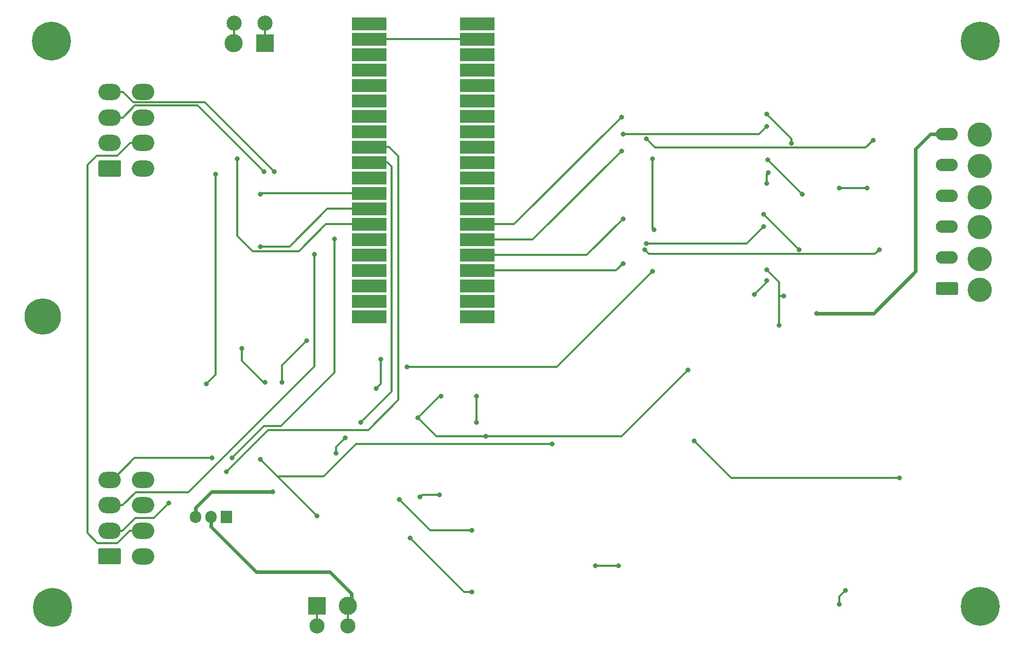
<source format=gbr>
G04 #@! TF.GenerationSoftware,KiCad,Pcbnew,(5.1.5)-3*
G04 #@! TF.CreationDate,2020-09-18T03:23:34-03:00*
G04 #@! TF.ProjectId,Main ECU,4d61696e-2045-4435-952e-6b696361645f,rev?*
G04 #@! TF.SameCoordinates,Original*
G04 #@! TF.FileFunction,Copper,L2,Bot*
G04 #@! TF.FilePolarity,Positive*
%FSLAX46Y46*%
G04 Gerber Fmt 4.6, Leading zero omitted, Abs format (unit mm)*
G04 Created by KiCad (PCBNEW (5.1.5)-3) date 2020-09-18 03:23:34*
%MOMM*%
%LPD*%
G04 APERTURE LIST*
%ADD10C,0.300000*%
%ADD11C,0.100000*%
%ADD12O,3.700000X2.700000*%
%ADD13C,0.800000*%
%ADD14C,6.400000*%
%ADD15C,2.500000*%
%ADD16C,3.000000*%
%ADD17R,3.000000X3.000000*%
%ADD18O,1.905000X2.000000*%
%ADD19R,1.905000X2.000000*%
%ADD20O,3.600000X2.080000*%
%ADD21C,6.000000*%
%ADD22O,1.700000X1.700000*%
%ADD23C,1.700000*%
%ADD24R,1.700000X1.700000*%
%ADD25C,4.000000*%
%ADD26C,0.600000*%
G04 APERTURE END LIST*
D10*
X136574720Y-149149500D02*
X136574720Y-145847500D01*
X131494720Y-149149500D02*
X131494720Y-145847500D01*
X117856000Y-49784000D02*
X117856000Y-53086000D01*
X122936000Y-49784000D02*
X122936000Y-53086000D01*
D11*
G36*
X160614200Y-71244280D02*
G01*
X155026200Y-71244280D01*
X155026200Y-69212280D01*
X160614200Y-69212280D01*
X160614200Y-71244280D01*
G37*
X160614200Y-71244280D02*
X155026200Y-71244280D01*
X155026200Y-69212280D01*
X160614200Y-69212280D01*
X160614200Y-71244280D01*
G36*
X160614200Y-83944280D02*
G01*
X155026200Y-83944280D01*
X155026200Y-81912280D01*
X160614200Y-81912280D01*
X160614200Y-83944280D01*
G37*
X160614200Y-83944280D02*
X155026200Y-83944280D01*
X155026200Y-81912280D01*
X160614200Y-81912280D01*
X160614200Y-83944280D01*
G36*
X160614200Y-89024280D02*
G01*
X155026200Y-89024280D01*
X155026200Y-86992280D01*
X160614200Y-86992280D01*
X160614200Y-89024280D01*
G37*
X160614200Y-89024280D02*
X155026200Y-89024280D01*
X155026200Y-86992280D01*
X160614200Y-86992280D01*
X160614200Y-89024280D01*
G36*
X160614200Y-73784280D02*
G01*
X155026200Y-73784280D01*
X155026200Y-71752280D01*
X160614200Y-71752280D01*
X160614200Y-73784280D01*
G37*
X160614200Y-73784280D02*
X155026200Y-73784280D01*
X155026200Y-71752280D01*
X160614200Y-71752280D01*
X160614200Y-73784280D01*
G36*
X160614200Y-81404280D02*
G01*
X155026200Y-81404280D01*
X155026200Y-79372280D01*
X160614200Y-79372280D01*
X160614200Y-81404280D01*
G37*
X160614200Y-81404280D02*
X155026200Y-81404280D01*
X155026200Y-79372280D01*
X160614200Y-79372280D01*
X160614200Y-81404280D01*
G36*
X160614200Y-86484280D02*
G01*
X155026200Y-86484280D01*
X155026200Y-84452280D01*
X160614200Y-84452280D01*
X160614200Y-86484280D01*
G37*
X160614200Y-86484280D02*
X155026200Y-86484280D01*
X155026200Y-84452280D01*
X160614200Y-84452280D01*
X160614200Y-86484280D01*
G36*
X160614200Y-68704280D02*
G01*
X155026200Y-68704280D01*
X155026200Y-66672280D01*
X160614200Y-66672280D01*
X160614200Y-68704280D01*
G37*
X160614200Y-68704280D02*
X155026200Y-68704280D01*
X155026200Y-66672280D01*
X160614200Y-66672280D01*
X160614200Y-68704280D01*
G36*
X160614200Y-78864280D02*
G01*
X155026200Y-78864280D01*
X155026200Y-76832280D01*
X160614200Y-76832280D01*
X160614200Y-78864280D01*
G37*
X160614200Y-78864280D02*
X155026200Y-78864280D01*
X155026200Y-76832280D01*
X160614200Y-76832280D01*
X160614200Y-78864280D01*
G36*
X160614200Y-61084280D02*
G01*
X155026200Y-61084280D01*
X155026200Y-59052280D01*
X160614200Y-59052280D01*
X160614200Y-61084280D01*
G37*
X160614200Y-61084280D02*
X155026200Y-61084280D01*
X155026200Y-59052280D01*
X160614200Y-59052280D01*
X160614200Y-61084280D01*
G36*
X160614200Y-66164280D02*
G01*
X155026200Y-66164280D01*
X155026200Y-64132280D01*
X160614200Y-64132280D01*
X160614200Y-66164280D01*
G37*
X160614200Y-66164280D02*
X155026200Y-66164280D01*
X155026200Y-64132280D01*
X160614200Y-64132280D01*
X160614200Y-66164280D01*
G36*
X160614200Y-63624280D02*
G01*
X155026200Y-63624280D01*
X155026200Y-61592280D01*
X160614200Y-61592280D01*
X160614200Y-63624280D01*
G37*
X160614200Y-63624280D02*
X155026200Y-63624280D01*
X155026200Y-61592280D01*
X160614200Y-61592280D01*
X160614200Y-63624280D01*
G36*
X160614200Y-94104280D02*
G01*
X155026200Y-94104280D01*
X155026200Y-92072280D01*
X160614200Y-92072280D01*
X160614200Y-94104280D01*
G37*
X160614200Y-94104280D02*
X155026200Y-94104280D01*
X155026200Y-92072280D01*
X160614200Y-92072280D01*
X160614200Y-94104280D01*
G36*
X160614200Y-91564280D02*
G01*
X155026200Y-91564280D01*
X155026200Y-89532280D01*
X160614200Y-89532280D01*
X160614200Y-91564280D01*
G37*
X160614200Y-91564280D02*
X155026200Y-91564280D01*
X155026200Y-89532280D01*
X160614200Y-89532280D01*
X160614200Y-91564280D01*
G36*
X160614200Y-76324280D02*
G01*
X155026200Y-76324280D01*
X155026200Y-74292280D01*
X160614200Y-74292280D01*
X160614200Y-76324280D01*
G37*
X160614200Y-76324280D02*
X155026200Y-76324280D01*
X155026200Y-74292280D01*
X160614200Y-74292280D01*
X160614200Y-76324280D01*
G36*
X160614200Y-96644280D02*
G01*
X155026200Y-96644280D01*
X155026200Y-94612280D01*
X160614200Y-94612280D01*
X160614200Y-96644280D01*
G37*
X160614200Y-96644280D02*
X155026200Y-96644280D01*
X155026200Y-94612280D01*
X160614200Y-94612280D01*
X160614200Y-96644280D01*
G36*
X160614200Y-99184280D02*
G01*
X155026200Y-99184280D01*
X155026200Y-97152280D01*
X160614200Y-97152280D01*
X160614200Y-99184280D01*
G37*
X160614200Y-99184280D02*
X155026200Y-99184280D01*
X155026200Y-97152280D01*
X160614200Y-97152280D01*
X160614200Y-99184280D01*
G36*
X160614200Y-50924280D02*
G01*
X155026200Y-50924280D01*
X155026200Y-48892280D01*
X160614200Y-48892280D01*
X160614200Y-50924280D01*
G37*
X160614200Y-50924280D02*
X155026200Y-50924280D01*
X155026200Y-48892280D01*
X160614200Y-48892280D01*
X160614200Y-50924280D01*
G36*
X160614200Y-56004280D02*
G01*
X155026200Y-56004280D01*
X155026200Y-53972280D01*
X160614200Y-53972280D01*
X160614200Y-56004280D01*
G37*
X160614200Y-56004280D02*
X155026200Y-56004280D01*
X155026200Y-53972280D01*
X160614200Y-53972280D01*
X160614200Y-56004280D01*
G36*
X160614200Y-53464280D02*
G01*
X155026200Y-53464280D01*
X155026200Y-51432280D01*
X160614200Y-51432280D01*
X160614200Y-53464280D01*
G37*
X160614200Y-53464280D02*
X155026200Y-53464280D01*
X155026200Y-51432280D01*
X160614200Y-51432280D01*
X160614200Y-53464280D01*
G36*
X160614200Y-58544280D02*
G01*
X155026200Y-58544280D01*
X155026200Y-56512280D01*
X160614200Y-56512280D01*
X160614200Y-58544280D01*
G37*
X160614200Y-58544280D02*
X155026200Y-58544280D01*
X155026200Y-56512280D01*
X160614200Y-56512280D01*
X160614200Y-58544280D01*
G36*
X142834200Y-58544280D02*
G01*
X137246200Y-58544280D01*
X137246200Y-56512280D01*
X142834200Y-56512280D01*
X142834200Y-58544280D01*
G37*
X142834200Y-58544280D02*
X137246200Y-58544280D01*
X137246200Y-56512280D01*
X142834200Y-56512280D01*
X142834200Y-58544280D01*
G36*
X142834200Y-50924280D02*
G01*
X137246200Y-50924280D01*
X137246200Y-48892280D01*
X142834200Y-48892280D01*
X142834200Y-50924280D01*
G37*
X142834200Y-50924280D02*
X137246200Y-50924280D01*
X137246200Y-48892280D01*
X142834200Y-48892280D01*
X142834200Y-50924280D01*
G36*
X142834200Y-56004280D02*
G01*
X137246200Y-56004280D01*
X137246200Y-53972280D01*
X142834200Y-53972280D01*
X142834200Y-56004280D01*
G37*
X142834200Y-56004280D02*
X137246200Y-56004280D01*
X137246200Y-53972280D01*
X142834200Y-53972280D01*
X142834200Y-56004280D01*
G36*
X142834200Y-53464280D02*
G01*
X137246200Y-53464280D01*
X137246200Y-51432280D01*
X142834200Y-51432280D01*
X142834200Y-53464280D01*
G37*
X142834200Y-53464280D02*
X137246200Y-53464280D01*
X137246200Y-51432280D01*
X142834200Y-51432280D01*
X142834200Y-53464280D01*
G36*
X142834200Y-68704280D02*
G01*
X137246200Y-68704280D01*
X137246200Y-66672280D01*
X142834200Y-66672280D01*
X142834200Y-68704280D01*
G37*
X142834200Y-68704280D02*
X137246200Y-68704280D01*
X137246200Y-66672280D01*
X142834200Y-66672280D01*
X142834200Y-68704280D01*
G36*
X142834200Y-61084280D02*
G01*
X137246200Y-61084280D01*
X137246200Y-59052280D01*
X142834200Y-59052280D01*
X142834200Y-61084280D01*
G37*
X142834200Y-61084280D02*
X137246200Y-61084280D01*
X137246200Y-59052280D01*
X142834200Y-59052280D01*
X142834200Y-61084280D01*
G36*
X142834200Y-63624280D02*
G01*
X137246200Y-63624280D01*
X137246200Y-61592280D01*
X142834200Y-61592280D01*
X142834200Y-63624280D01*
G37*
X142834200Y-63624280D02*
X137246200Y-63624280D01*
X137246200Y-61592280D01*
X142834200Y-61592280D01*
X142834200Y-63624280D01*
G36*
X142834200Y-66164280D02*
G01*
X137246200Y-66164280D01*
X137246200Y-64132280D01*
X142834200Y-64132280D01*
X142834200Y-66164280D01*
G37*
X142834200Y-66164280D02*
X137246200Y-66164280D01*
X137246200Y-64132280D01*
X142834200Y-64132280D01*
X142834200Y-66164280D01*
G36*
X142834200Y-73784280D02*
G01*
X137246200Y-73784280D01*
X137246200Y-71752280D01*
X142834200Y-71752280D01*
X142834200Y-73784280D01*
G37*
X142834200Y-73784280D02*
X137246200Y-73784280D01*
X137246200Y-71752280D01*
X142834200Y-71752280D01*
X142834200Y-73784280D01*
G36*
X142834200Y-71244280D02*
G01*
X137246200Y-71244280D01*
X137246200Y-69212280D01*
X142834200Y-69212280D01*
X142834200Y-71244280D01*
G37*
X142834200Y-71244280D02*
X137246200Y-71244280D01*
X137246200Y-69212280D01*
X142834200Y-69212280D01*
X142834200Y-71244280D01*
G36*
X142834200Y-78864280D02*
G01*
X137246200Y-78864280D01*
X137246200Y-76832280D01*
X142834200Y-76832280D01*
X142834200Y-78864280D01*
G37*
X142834200Y-78864280D02*
X137246200Y-78864280D01*
X137246200Y-76832280D01*
X142834200Y-76832280D01*
X142834200Y-78864280D01*
G36*
X142834200Y-76324280D02*
G01*
X137246200Y-76324280D01*
X137246200Y-74292280D01*
X142834200Y-74292280D01*
X142834200Y-76324280D01*
G37*
X142834200Y-76324280D02*
X137246200Y-76324280D01*
X137246200Y-74292280D01*
X142834200Y-74292280D01*
X142834200Y-76324280D01*
G36*
X142834200Y-83944280D02*
G01*
X137246200Y-83944280D01*
X137246200Y-81912280D01*
X142834200Y-81912280D01*
X142834200Y-83944280D01*
G37*
X142834200Y-83944280D02*
X137246200Y-83944280D01*
X137246200Y-81912280D01*
X142834200Y-81912280D01*
X142834200Y-83944280D01*
G36*
X142834200Y-81404280D02*
G01*
X137246200Y-81404280D01*
X137246200Y-79372280D01*
X142834200Y-79372280D01*
X142834200Y-81404280D01*
G37*
X142834200Y-81404280D02*
X137246200Y-81404280D01*
X137246200Y-79372280D01*
X142834200Y-79372280D01*
X142834200Y-81404280D01*
G36*
X142834200Y-89024280D02*
G01*
X137246200Y-89024280D01*
X137246200Y-86992280D01*
X142834200Y-86992280D01*
X142834200Y-89024280D01*
G37*
X142834200Y-89024280D02*
X137246200Y-89024280D01*
X137246200Y-86992280D01*
X142834200Y-86992280D01*
X142834200Y-89024280D01*
G36*
X142834200Y-86484280D02*
G01*
X137246200Y-86484280D01*
X137246200Y-84452280D01*
X142834200Y-84452280D01*
X142834200Y-86484280D01*
G37*
X142834200Y-86484280D02*
X137246200Y-86484280D01*
X137246200Y-84452280D01*
X142834200Y-84452280D01*
X142834200Y-86484280D01*
G36*
X142834200Y-94104280D02*
G01*
X137246200Y-94104280D01*
X137246200Y-92072280D01*
X142834200Y-92072280D01*
X142834200Y-94104280D01*
G37*
X142834200Y-94104280D02*
X137246200Y-94104280D01*
X137246200Y-92072280D01*
X142834200Y-92072280D01*
X142834200Y-94104280D01*
G36*
X142834200Y-91564280D02*
G01*
X137246200Y-91564280D01*
X137246200Y-89532280D01*
X142834200Y-89532280D01*
X142834200Y-91564280D01*
G37*
X142834200Y-91564280D02*
X137246200Y-91564280D01*
X137246200Y-89532280D01*
X142834200Y-89532280D01*
X142834200Y-91564280D01*
G36*
X142834200Y-96644280D02*
G01*
X137246200Y-96644280D01*
X137246200Y-94612280D01*
X142834200Y-94612280D01*
X142834200Y-96644280D01*
G37*
X142834200Y-96644280D02*
X137246200Y-96644280D01*
X137246200Y-94612280D01*
X142834200Y-94612280D01*
X142834200Y-96644280D01*
G36*
X142834200Y-99184280D02*
G01*
X137246200Y-99184280D01*
X137246200Y-97152280D01*
X142834200Y-97152280D01*
X142834200Y-99184280D01*
G37*
X142834200Y-99184280D02*
X137246200Y-99184280D01*
X137246200Y-97152280D01*
X142834200Y-97152280D01*
X142834200Y-99184280D01*
D12*
X102934400Y-61161600D03*
X102934400Y-65361600D03*
X102934400Y-69561600D03*
X102934400Y-73761600D03*
X97434400Y-61161600D03*
X97434400Y-65361600D03*
X97434400Y-69561600D03*
G04 #@! TA.AperFunction,ComponentPad*
D11*
G36*
X99058903Y-72412804D02*
G01*
X99083172Y-72416404D01*
X99106970Y-72422365D01*
X99130070Y-72430630D01*
X99152249Y-72441120D01*
X99173292Y-72453733D01*
X99192998Y-72468348D01*
X99211176Y-72484824D01*
X99227652Y-72503002D01*
X99242267Y-72522708D01*
X99254880Y-72543751D01*
X99265370Y-72565930D01*
X99273635Y-72589030D01*
X99279596Y-72612828D01*
X99283196Y-72637097D01*
X99284400Y-72661601D01*
X99284400Y-74861599D01*
X99283196Y-74886103D01*
X99279596Y-74910372D01*
X99273635Y-74934170D01*
X99265370Y-74957270D01*
X99254880Y-74979449D01*
X99242267Y-75000492D01*
X99227652Y-75020198D01*
X99211176Y-75038376D01*
X99192998Y-75054852D01*
X99173292Y-75069467D01*
X99152249Y-75082080D01*
X99130070Y-75092570D01*
X99106970Y-75100835D01*
X99083172Y-75106796D01*
X99058903Y-75110396D01*
X99034399Y-75111600D01*
X95834401Y-75111600D01*
X95809897Y-75110396D01*
X95785628Y-75106796D01*
X95761830Y-75100835D01*
X95738730Y-75092570D01*
X95716551Y-75082080D01*
X95695508Y-75069467D01*
X95675802Y-75054852D01*
X95657624Y-75038376D01*
X95641148Y-75020198D01*
X95626533Y-75000492D01*
X95613920Y-74979449D01*
X95603430Y-74957270D01*
X95595165Y-74934170D01*
X95589204Y-74910372D01*
X95585604Y-74886103D01*
X95584400Y-74861599D01*
X95584400Y-72661601D01*
X95585604Y-72637097D01*
X95589204Y-72612828D01*
X95595165Y-72589030D01*
X95603430Y-72565930D01*
X95613920Y-72543751D01*
X95626533Y-72522708D01*
X95641148Y-72503002D01*
X95657624Y-72484824D01*
X95675802Y-72468348D01*
X95695508Y-72453733D01*
X95716551Y-72441120D01*
X95738730Y-72430630D01*
X95761830Y-72422365D01*
X95785628Y-72416404D01*
X95809897Y-72412804D01*
X95834401Y-72411600D01*
X99034399Y-72411600D01*
X99058903Y-72412804D01*
G37*
G04 #@! TD.AperFunction*
D12*
X102883600Y-125068000D03*
X102883600Y-129268000D03*
X102883600Y-133468000D03*
X102883600Y-137668000D03*
X97383600Y-125068000D03*
X97383600Y-129268000D03*
X97383600Y-133468000D03*
G04 #@! TA.AperFunction,ComponentPad*
D11*
G36*
X99008103Y-136319204D02*
G01*
X99032372Y-136322804D01*
X99056170Y-136328765D01*
X99079270Y-136337030D01*
X99101449Y-136347520D01*
X99122492Y-136360133D01*
X99142198Y-136374748D01*
X99160376Y-136391224D01*
X99176852Y-136409402D01*
X99191467Y-136429108D01*
X99204080Y-136450151D01*
X99214570Y-136472330D01*
X99222835Y-136495430D01*
X99228796Y-136519228D01*
X99232396Y-136543497D01*
X99233600Y-136568001D01*
X99233600Y-138767999D01*
X99232396Y-138792503D01*
X99228796Y-138816772D01*
X99222835Y-138840570D01*
X99214570Y-138863670D01*
X99204080Y-138885849D01*
X99191467Y-138906892D01*
X99176852Y-138926598D01*
X99160376Y-138944776D01*
X99142198Y-138961252D01*
X99122492Y-138975867D01*
X99101449Y-138988480D01*
X99079270Y-138998970D01*
X99056170Y-139007235D01*
X99032372Y-139013196D01*
X99008103Y-139016796D01*
X98983599Y-139018000D01*
X95783601Y-139018000D01*
X95759097Y-139016796D01*
X95734828Y-139013196D01*
X95711030Y-139007235D01*
X95687930Y-138998970D01*
X95665751Y-138988480D01*
X95644708Y-138975867D01*
X95625002Y-138961252D01*
X95606824Y-138944776D01*
X95590348Y-138926598D01*
X95575733Y-138906892D01*
X95563120Y-138885849D01*
X95552630Y-138863670D01*
X95544365Y-138840570D01*
X95538404Y-138816772D01*
X95534804Y-138792503D01*
X95533600Y-138767999D01*
X95533600Y-136568001D01*
X95534804Y-136543497D01*
X95538404Y-136519228D01*
X95544365Y-136495430D01*
X95552630Y-136472330D01*
X95563120Y-136450151D01*
X95575733Y-136429108D01*
X95590348Y-136409402D01*
X95606824Y-136391224D01*
X95625002Y-136374748D01*
X95644708Y-136360133D01*
X95665751Y-136347520D01*
X95687930Y-136337030D01*
X95711030Y-136328765D01*
X95734828Y-136322804D01*
X95759097Y-136319204D01*
X95783601Y-136318000D01*
X98983599Y-136318000D01*
X99008103Y-136319204D01*
G37*
G04 #@! TD.AperFunction*
D13*
X242399637Y-51086945D03*
X240702581Y-50384001D03*
X239005525Y-51086945D03*
X238302581Y-52784001D03*
X239005525Y-54481057D03*
X240702581Y-55184001D03*
X242399637Y-54481057D03*
X243102581Y-52784001D03*
D14*
X240702581Y-52784001D03*
D15*
X136574720Y-149149500D03*
X131494720Y-149149500D03*
D16*
X136621720Y-145847500D03*
D17*
X131494720Y-145847500D03*
D13*
X242397056Y-144202944D03*
X240700000Y-143500000D03*
X239002944Y-144202944D03*
X238300000Y-145900000D03*
X239002944Y-147597056D03*
X240700000Y-148300000D03*
X242397056Y-147597056D03*
X243100000Y-145900000D03*
D14*
X240700000Y-145900000D03*
D13*
X89672037Y-144406945D03*
X87974981Y-143704001D03*
X86277925Y-144406945D03*
X85574981Y-146104001D03*
X86277925Y-147801057D03*
X87974981Y-148504001D03*
X89672037Y-147801057D03*
X90374981Y-146104001D03*
D14*
X87974981Y-146104001D03*
D13*
X89567037Y-51066945D03*
X87869981Y-50364001D03*
X86172925Y-51066945D03*
X85469981Y-52764001D03*
X86172925Y-54461057D03*
X87869981Y-55164001D03*
X89567037Y-54461057D03*
X90269981Y-52764001D03*
D14*
X87869981Y-52764001D03*
D18*
X111576900Y-131228020D03*
X114116900Y-131228020D03*
D19*
X116656900Y-131228020D03*
D15*
X117856000Y-49784000D03*
X122936000Y-49784000D03*
D16*
X117809000Y-53086000D03*
D17*
X122936000Y-53086000D03*
D20*
X235200000Y-68150000D03*
X235200000Y-73230000D03*
X235200000Y-78310000D03*
X235200000Y-83390000D03*
X235200000Y-88470000D03*
G04 #@! TA.AperFunction,ComponentPad*
D11*
G36*
X236774505Y-92511204D02*
G01*
X236798773Y-92514804D01*
X236822572Y-92520765D01*
X236845671Y-92529030D01*
X236867850Y-92539520D01*
X236888893Y-92552132D01*
X236908599Y-92566747D01*
X236926777Y-92583223D01*
X236943253Y-92601401D01*
X236957868Y-92621107D01*
X236970480Y-92642150D01*
X236980970Y-92664329D01*
X236989235Y-92687428D01*
X236995196Y-92711227D01*
X236998796Y-92735495D01*
X237000000Y-92759999D01*
X237000000Y-94340001D01*
X236998796Y-94364505D01*
X236995196Y-94388773D01*
X236989235Y-94412572D01*
X236980970Y-94435671D01*
X236970480Y-94457850D01*
X236957868Y-94478893D01*
X236943253Y-94498599D01*
X236926777Y-94516777D01*
X236908599Y-94533253D01*
X236888893Y-94547868D01*
X236867850Y-94560480D01*
X236845671Y-94570970D01*
X236822572Y-94579235D01*
X236798773Y-94585196D01*
X236774505Y-94588796D01*
X236750001Y-94590000D01*
X233649999Y-94590000D01*
X233625495Y-94588796D01*
X233601227Y-94585196D01*
X233577428Y-94579235D01*
X233554329Y-94570970D01*
X233532150Y-94560480D01*
X233511107Y-94547868D01*
X233491401Y-94533253D01*
X233473223Y-94516777D01*
X233456747Y-94498599D01*
X233442132Y-94478893D01*
X233429520Y-94457850D01*
X233419030Y-94435671D01*
X233410765Y-94412572D01*
X233404804Y-94388773D01*
X233401204Y-94364505D01*
X233400000Y-94340001D01*
X233400000Y-92759999D01*
X233401204Y-92735495D01*
X233404804Y-92711227D01*
X233410765Y-92687428D01*
X233419030Y-92664329D01*
X233429520Y-92642150D01*
X233442132Y-92621107D01*
X233456747Y-92601401D01*
X233473223Y-92583223D01*
X233491401Y-92566747D01*
X233511107Y-92552132D01*
X233532150Y-92539520D01*
X233554329Y-92529030D01*
X233577428Y-92520765D01*
X233601227Y-92514804D01*
X233625495Y-92511204D01*
X233649999Y-92510000D01*
X236750001Y-92510000D01*
X236774505Y-92511204D01*
G37*
G04 #@! TD.AperFunction*
D21*
X86385400Y-98145600D03*
D22*
X157744000Y-90548280D03*
X157744000Y-67688280D03*
X157744000Y-95628280D03*
X157744000Y-80388280D03*
X157744000Y-72768280D03*
X157744000Y-65148280D03*
X157744000Y-88008280D03*
X157744000Y-85468280D03*
X157744000Y-60068280D03*
X157744000Y-57528280D03*
D23*
X157744000Y-98168280D03*
D22*
X157744000Y-93088280D03*
X157744000Y-82928280D03*
X157744000Y-77848280D03*
X157744000Y-75308280D03*
X157744000Y-62608280D03*
X157744000Y-54988280D03*
X157744000Y-70228280D03*
X157744000Y-52448280D03*
X157744000Y-49908280D03*
X140065600Y-90522880D03*
X140065600Y-67662880D03*
X140065600Y-95602880D03*
X140065600Y-80362880D03*
X140065600Y-72742880D03*
X140065600Y-65122880D03*
X140065600Y-87982880D03*
X140065600Y-85442880D03*
X140065600Y-60042880D03*
X140065600Y-57502880D03*
D23*
X140065600Y-98142880D03*
D22*
X140065600Y-93062880D03*
X140065600Y-82902880D03*
X140065600Y-77822880D03*
X140065600Y-75282880D03*
X140065600Y-62582880D03*
X140065600Y-54962880D03*
X140065600Y-70202880D03*
X140065600Y-52422880D03*
D24*
X140065600Y-49882880D03*
D25*
X240588800Y-68183760D03*
X240614200Y-73380600D03*
X240588800Y-78486000D03*
X240588800Y-83464400D03*
X240588800Y-88696800D03*
X240588800Y-93776800D03*
D13*
X151638000Y-127508000D03*
X148467580Y-127893580D03*
X227330000Y-124714000D03*
X193548000Y-118618000D03*
X213715600Y-97637600D03*
X107137200Y-128879600D03*
X217424000Y-145542000D03*
X218440000Y-143256000D03*
X156972000Y-133350000D03*
X145034000Y-128270000D03*
X148082000Y-114808000D03*
X151892000Y-111252000D03*
X159258000Y-117856000D03*
X192532000Y-106934000D03*
X157734000Y-115570000D03*
X157734000Y-111252000D03*
X186690000Y-72136000D03*
X186944000Y-83820000D03*
X186690000Y-90678000D03*
X146304000Y-106426000D03*
X181610000Y-70866000D03*
X181610000Y-65278000D03*
X181864000Y-89408000D03*
X181864000Y-82042000D03*
X146812000Y-134620000D03*
X156972000Y-143510000D03*
X217424000Y-76962000D03*
X221996000Y-76962000D03*
X205486000Y-64770000D03*
X209550000Y-69596000D03*
X185674000Y-68834000D03*
X223012000Y-69088000D03*
X204978000Y-81280000D03*
X210820000Y-87122000D03*
X185420000Y-87122000D03*
X224028000Y-87122000D03*
X205704569Y-72354569D03*
X211328000Y-77978000D03*
X208280000Y-94742000D03*
X205486000Y-90424000D03*
X207518000Y-99568000D03*
X170180000Y-119126000D03*
X122174000Y-121666000D03*
X114808000Y-74676000D03*
X131503620Y-130995620D03*
X141224000Y-109982000D03*
X141986000Y-105156000D03*
X113284000Y-109220000D03*
X125730000Y-108966000D03*
X129794000Y-102108000D03*
X119126000Y-103378000D03*
X122936000Y-108966000D03*
X118364000Y-72136000D03*
X122174000Y-86614000D03*
X138684000Y-115570000D03*
X136144000Y-118110000D03*
X134620000Y-120650000D03*
X122174000Y-77978000D03*
X116586000Y-123698000D03*
X205486000Y-76200000D03*
X205740000Y-74422000D03*
X205486000Y-66802000D03*
X181864000Y-68072000D03*
X203454000Y-94488000D03*
X205486000Y-92202000D03*
X204978000Y-83312000D03*
X185674000Y-86106000D03*
X177292000Y-139192000D03*
X181102000Y-139192000D03*
X124206000Y-127000000D03*
X124460000Y-74269600D03*
X134416800Y-85394800D03*
X114249200Y-121462800D03*
X117556000Y-121458000D03*
X122783600Y-74269600D03*
X131114800Y-87884000D03*
D10*
X148853160Y-127508000D02*
X148467580Y-127893580D01*
X151638000Y-127508000D02*
X148853160Y-127508000D01*
X227330000Y-124714000D02*
X199644000Y-124714000D01*
X199644000Y-124714000D02*
X193548000Y-118618000D01*
X140091000Y-52448280D02*
X140065600Y-52422880D01*
X157744000Y-52448280D02*
X140091000Y-52448280D01*
D26*
X232433600Y-68150000D02*
X235200000Y-68150000D01*
X230022400Y-70561200D02*
X232433600Y-68150000D01*
X230022400Y-90728800D02*
X230022400Y-70561200D01*
X213715600Y-97637600D02*
X223113600Y-97637600D01*
X223113600Y-97637600D02*
X230022400Y-90728800D01*
D10*
X97383600Y-133468000D02*
X97883600Y-133468000D01*
X102383600Y-125068000D02*
X102883600Y-125068000D01*
X99533600Y-133468000D02*
X101632800Y-131368800D01*
X97383600Y-133468000D02*
X99533600Y-133468000D01*
X101632800Y-131368800D02*
X104648000Y-131368800D01*
X104648000Y-131368800D02*
X107137200Y-128879600D01*
X217424000Y-145542000D02*
X217424000Y-144272000D01*
X217424000Y-144272000D02*
X218440000Y-143256000D01*
X156972000Y-133350000D02*
X150114000Y-133350000D01*
X150114000Y-133350000D02*
X145034000Y-128270000D01*
X148082000Y-114808000D02*
X151638000Y-111252000D01*
X151638000Y-111252000D02*
X151892000Y-111252000D01*
X151130000Y-117856000D02*
X148082000Y-114808000D01*
X159258000Y-117856000D02*
X151130000Y-117856000D01*
X181610000Y-117856000D02*
X159258000Y-117856000D01*
X192532000Y-106934000D02*
X181610000Y-117856000D01*
X157734000Y-115570000D02*
X157734000Y-111252000D01*
X171958000Y-105410000D02*
X186690000Y-90678000D01*
X170942000Y-106426000D02*
X171958000Y-105410000D01*
X146304000Y-106426000D02*
X170942000Y-106426000D01*
X186690000Y-83566000D02*
X186944000Y-83820000D01*
X186690000Y-72136000D02*
X186690000Y-83566000D01*
X167007720Y-85468280D02*
X166748280Y-85468280D01*
X181610000Y-70866000D02*
X167007720Y-85468280D01*
X166748280Y-85468280D02*
X157744000Y-85468280D01*
X181610000Y-65278000D02*
X163959720Y-82928280D01*
X157744000Y-82928280D02*
X163959720Y-82928280D01*
X180723720Y-90548280D02*
X181864000Y-89408000D01*
X157744000Y-90548280D02*
X180723720Y-90548280D01*
X175897720Y-88008280D02*
X157744000Y-88008280D01*
X181864000Y-82042000D02*
X175897720Y-88008280D01*
X146812000Y-134620000D02*
X155702000Y-143510000D01*
X155702000Y-143510000D02*
X156972000Y-143510000D01*
X217424000Y-76962000D02*
X221996000Y-76962000D01*
X205486000Y-64770000D02*
X209550000Y-68834000D01*
X209550000Y-68834000D02*
X209550000Y-69596000D01*
X221753999Y-70346001D02*
X223012000Y-69088000D01*
X185674000Y-68834000D02*
X187186001Y-70346001D01*
X187186001Y-70346001D02*
X221753999Y-70346001D01*
X204978000Y-81280000D02*
X210820000Y-87122000D01*
X223277999Y-87872001D02*
X224028000Y-87122000D01*
X185420000Y-87122000D02*
X186170001Y-87872001D01*
X186170001Y-87872001D02*
X223277999Y-87872001D01*
X205704569Y-72354569D02*
X211328000Y-77978000D01*
X207518000Y-94742000D02*
X207518000Y-92456000D01*
X207518000Y-92456000D02*
X205486000Y-90424000D01*
X207518000Y-99568000D02*
X207518000Y-92456000D01*
X207518000Y-94742000D02*
X208280000Y-94742000D01*
X122174000Y-121666000D02*
X124968000Y-124460000D01*
X132588000Y-124460000D02*
X124968000Y-124460000D01*
X170180000Y-119126000D02*
X137922000Y-119126000D01*
X137922000Y-119126000D02*
X132588000Y-124460000D01*
X131503620Y-130995620D02*
X124968000Y-124460000D01*
X141224000Y-109982000D02*
X141986000Y-109220000D01*
X141986000Y-109220000D02*
X141986000Y-105156000D01*
X114808000Y-107696000D02*
X114808000Y-106680000D01*
X113284000Y-109220000D02*
X114808000Y-107696000D01*
X114808000Y-74676000D02*
X114808000Y-106680000D01*
D26*
X137224730Y-145578258D02*
X137224730Y-145847500D01*
X114116900Y-132828020D02*
X121496880Y-140208000D01*
X114116900Y-131228020D02*
X114116900Y-132828020D01*
X121496880Y-140208000D02*
X133604000Y-140208000D01*
X137224730Y-143828730D02*
X137224730Y-145578258D01*
X133604000Y-140208000D02*
X137224730Y-143828730D01*
D10*
X125730000Y-106172000D02*
X125730000Y-108966000D01*
X129794000Y-102108000D02*
X125730000Y-106172000D01*
X119126000Y-103378000D02*
X119126000Y-105410000D01*
X119126000Y-105410000D02*
X122682000Y-108966000D01*
X122682000Y-108966000D02*
X122936000Y-108966000D01*
X140065600Y-82902880D02*
X132997120Y-82902880D01*
X132997120Y-82902880D02*
X128524000Y-87376000D01*
X128524000Y-87376000D02*
X120904000Y-87376000D01*
X120904000Y-87376000D02*
X118364000Y-84836000D01*
X118364000Y-84836000D02*
X118364000Y-72136000D01*
X133251120Y-80362880D02*
X140065600Y-80362880D01*
X122174000Y-86614000D02*
X127000000Y-86614000D01*
X127000000Y-86614000D02*
X133251120Y-80362880D01*
X140065600Y-72742880D02*
X143100880Y-72742880D01*
X143100880Y-72742880D02*
X143764000Y-73406000D01*
X143764000Y-73406000D02*
X143764000Y-103886000D01*
X143764000Y-103886000D02*
X143764000Y-110490000D01*
X143764000Y-110490000D02*
X138684000Y-115570000D01*
X136144000Y-118110000D02*
X134620000Y-119634000D01*
X134620000Y-119634000D02*
X134620000Y-120650000D01*
X140065600Y-77822880D02*
X122329120Y-77822880D01*
X122329120Y-77822880D02*
X122174000Y-77978000D01*
X143354880Y-70202880D02*
X140065600Y-70202880D01*
X144925999Y-71773999D02*
X143354880Y-70202880D01*
X144925999Y-71773999D02*
X144925999Y-111868001D01*
X144925999Y-111868001D02*
X139954000Y-116840000D01*
X139954000Y-116840000D02*
X123444000Y-116840000D01*
X123444000Y-116840000D02*
X116586000Y-123698000D01*
X205486000Y-76200000D02*
X205486000Y-74676000D01*
X205486000Y-74676000D02*
X205740000Y-74422000D01*
X205486000Y-66802000D02*
X204216000Y-68072000D01*
X204216000Y-68072000D02*
X181864000Y-68072000D01*
X203454000Y-94488000D02*
X205486000Y-92456000D01*
X205486000Y-92456000D02*
X205486000Y-92202000D01*
X202184000Y-86106000D02*
X204978000Y-83312000D01*
X185674000Y-86106000D02*
X202184000Y-86106000D01*
X177292000Y-139192000D02*
X181102000Y-139192000D01*
D26*
X111576900Y-129628020D02*
X114204920Y-127000000D01*
X111576900Y-131228020D02*
X111576900Y-129628020D01*
X114204920Y-127000000D02*
X124206000Y-127000000D01*
D10*
X98718000Y-135483600D02*
X100733600Y-133468000D01*
X95402400Y-135483600D02*
X98718000Y-135483600D01*
X102934400Y-69561600D02*
X100784400Y-69561600D01*
X100784400Y-69561600D02*
X98667200Y-71678800D01*
X98667200Y-71678800D02*
X95250000Y-71678800D01*
X95250000Y-71678800D02*
X93726000Y-73202800D01*
X93726000Y-73202800D02*
X93726000Y-133807200D01*
X100733600Y-133468000D02*
X102883600Y-133468000D01*
X93726000Y-133807200D02*
X95402400Y-135483600D01*
X113052010Y-62861610D02*
X124460000Y-74269600D01*
X101284410Y-62861610D02*
X113052010Y-62861610D01*
X97434400Y-61161600D02*
X99584400Y-61161600D01*
X99584400Y-61161600D02*
X101284410Y-62861610D01*
X97383600Y-125068000D02*
X97883600Y-125068000D01*
X125628400Y-116179600D02*
X134416800Y-107391200D01*
X134416800Y-107391200D02*
X134416800Y-85394800D01*
X125628400Y-116179600D02*
X122834400Y-116179600D01*
X122834400Y-116179600D02*
X117556000Y-121458000D01*
X97883600Y-125068000D02*
X101493600Y-121458000D01*
X101493600Y-121458000D02*
X114244400Y-121458000D01*
X114244400Y-121458000D02*
X114249200Y-121462800D01*
X122783600Y-74269600D02*
X112217200Y-63703200D01*
X112217200Y-63703200D02*
X111912400Y-63398400D01*
X101547600Y-63398400D02*
X111912400Y-63398400D01*
X99584400Y-65361600D02*
X101547600Y-63398400D01*
X97434400Y-65361600D02*
X99584400Y-65361600D01*
X96883600Y-129268000D02*
X97383600Y-129268000D01*
X131114800Y-106375200D02*
X131114800Y-87884000D01*
X110388400Y-127101600D02*
X131114800Y-106375200D01*
X101700000Y-127101600D02*
X110388400Y-127101600D01*
X97383600Y-129268000D02*
X99533600Y-129268000D01*
X99533600Y-129268000D02*
X101700000Y-127101600D01*
M02*

</source>
